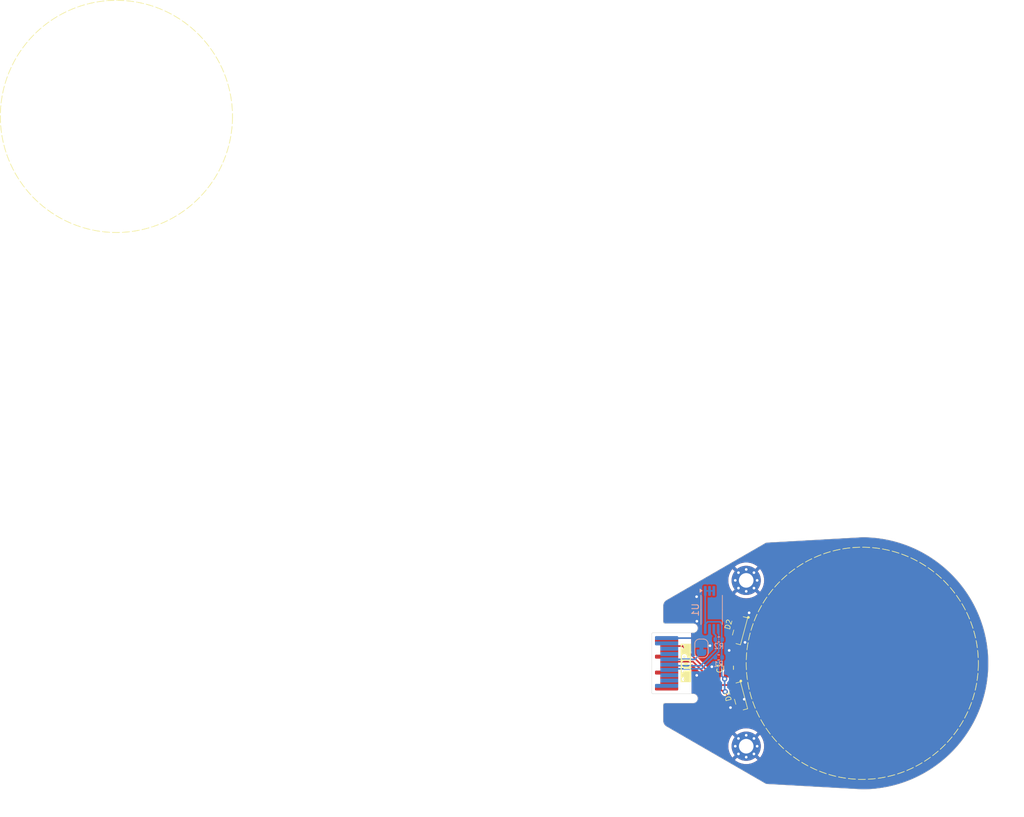
<source format=kicad_pcb>
(kicad_pcb (version 20240108) (generator "pcbnew") (generator_version "8.0")
  (layers (0 "F.Cu" signal) (31 "B.Cu" signal) (34 "B.Paste" user) (35 "F.Paste" user) (36 "B.SilkS" user "B.Silkscreen") (37 "F.SilkS" user "F.Silkscreen") (38 "B.Mask" user) (39 "F.Mask" user) (44 "Edge.Cuts" user))
  (net 0 "")
  (net 1 "/GND")
  (net 2 "/LS_A")
  (net 3 "/LS_B")
  (net 4 "/SDA")
  (net 5 "/SCL")
  (net 6 "/LS_C")
  (net 7 "/LS_D")
  (net 8 "/LS_E")
  (net 9 "/HS_F")
  (net 10 "/HS_G")
  (net 11 "/3V3")
  (net 12 "/HS_H")
  (net 13 "/HS_I")
  (net 14 "Net-(D1-DOUT)")
  (net 15 "/HEXP_DET")
  (footprint "tildagon:hexpansion-edge-connector" (layer "F.Cu") (at 98.25 100)
    (property "Reference" "J1" (hide yes))
    (property "Value" "Hexpansion-Connector" (hide yes))
    (fp_line (start 0 4.4) (end 0 -4.4) (stroke (width 0.05)) (layer "Edge.Cuts"))
    (fp_line (start 6.25 -6) (end 2 -6) (stroke (width 0.05)) (layer "Edge.Cuts"))
    (fp_line (start 6.25 -4.6) (end 0.2 -4.6) (stroke (width 0.05)) (layer "Edge.Cuts"))
    (fp_line (start 6.25 4.6) (end 0.2 4.6) (stroke (width 0.05)) (layer "Edge.Cuts"))
    (fp_line (start 6.25 6) (end 2 6) (stroke (width 0.05)) (layer "Edge.Cuts"))
    (fp_arc (start 0 -4.4) (mid 0.058579 -4.541421) (end 0.2 -4.6) (stroke (width 0.05)) (layer "Edge.Cuts"))
    (fp_arc (start 0.2 4.6) (mid 0.058579 4.541421) (end 0 4.4) (stroke (width 0.05)) (layer "Edge.Cuts"))
    (fp_arc (start 6.25 -6) (mid 6.744975 -5.794975) (end 6.95 -5.3) (stroke (width 0.05)) (layer "Edge.Cuts"))
    (fp_arc (start 6.25 4.6) (mid 6.744975 4.805025) (end 6.95 5.3) (stroke (width 0.05)) (layer "Edge.Cuts"))
    (fp_arc (start 6.95 -5.3) (mid 6.744975 -4.805025) (end 6.25 -4.6) (stroke (width 0.05)) (layer "Edge.Cuts"))
    (fp_arc (start 6.95 5.3) (mid 6.744975 5.794975) (end 6.25 6) (stroke (width 0.05)) (layer "Edge.Cuts"))
    (fp_text user "^ TOP ^" (at 5.8 2.85 90) (layer "F.SilkS" knockout) (effects (font (thickness 0.25) (bold yes)) (justify left bottom)))
    (pad "1" smd roundrect (at 2.25 3.4) (size 3.5 0.6) (layers "B.Cu" "B.Mask") (net 1 "/GND"))
    (pad "2" smd roundrect (at 2.65 2.6) (size 2.7 0.6) (layers "B.Cu" "B.Mask") (net 2 "/LS_A"))
    (pad "3" smd roundrect (at 2.65 1.8) (size 2.7 0.6) (layers "B.Cu" "B.Mask") (net 3 "/LS_B"))
    (pad "4" smd roundrect (at 2.65 1) (size 2.7 0.6) (layers "B.Cu" "B.Mask") (net 4 "/SDA"))
    (pad "5" smd roundrect (at 2.65 0.2) (size 2.7 0.6) (layers "B.Cu" "B.Mask") (net 5 "/SCL"))
    (pad "6" smd roundrect (at 2.65 -0.6) (size 2.7 0.6) (layers "B.Cu" "B.Mask") (net 15 "/HEXP_DET"))
    (pad "7" smd roundrect (at 2.65 -1.4) (size 2.7 0.6) (layers "B.Cu" "B.Mask") (net 6 "/LS_C"))
    (pad "8" smd roundrect (at 2.65 -2.2) (size 2.7 0.6) (layers "B.Cu" "B.Mask") (net 7 "/LS_D"))
    (pad "9" smd roundrect (at 2.25 -3) (size 3.5 0.6) (layers "B.Cu" "B.Mask") (net 8 "/LS_E"))
    (pad "10" smd roundrect (at 2.25 -3.8) (size 3.5 0.6) (layers "B.Cu" "B.Mask") (net 1 "/GND"))
    (pad "11" smd roundrect (at 2.25 -3.4 180) (size 3.5 0.6) (layers "F.Cu" "F.Mask") (net 1 "/GND"))
    (pad "12" smd roundrect (at 2.65 -2.6 180) (size 2.7 0.6) (layers "F.Cu" "F.Mask") (net 9 "/HS_F"))
    (pad "13" smd roundrect (at 2.65 -1.8 180) (size 2.7 0.6) (layers "F.Cu" "F.Mask") (net 10 "/HS_G"))
    (pad "14" smd roundrect (at 2.25 -1 180) (size 3.5 0.6) (layers "F.Cu" "F.Mask") (net 1 "/GND"))
    (pad "15" smd roundrect (at 2.65 -0.2 180) (size 2.7 0.6) (layers "F.Cu" "F.Mask") (net 11 "/3V3"))
    (pad "16" smd roundrect (at 2.65 0.6 180) (size 2.7 0.6) (layers "F.Cu" "F.Mask") (net 11 "/3V3"))
    (pad "17" smd roundrect (at 2.25 1.4 180) (size 3.5 0.6) (layers "F.Cu" "F.Mask") (net 1 "/GND"))
    (pad "18" smd roundrect (at 2.65 2.2 180) (size 2.7 0.6) (layers "F.Cu" "F.Mask") (net 12 "/HS_H"))
    (pad "19" smd roundrect (at 2.65 3 180) (size 2.7 0.6) (layers "F.Cu" "F.Mask") (net 13 "/HS_I"))
    (pad "20" smd roundrect (at 2.25 3.8 180) (size 3.5 0.6) (layers "F.Cu" "F.Mask") (net 1 "/GND"))
  )
  (footprint "GooglyEye:35mmeye" (layer "F.Cu") (at 17.55 17.55)
    (property "Reference" "G1" (hide yes))
    (property "Value" "~" (hide yes))
    (fp_circle (center 0 0) (end 17.5 0) (stroke (width 0.1) (type dash)) (fill none) (layer "F.SilkS"))
  )
  (footprint "tildagon:SK6805SIDE-S" (layer "F.Cu") (at 111.5 95 75)
    (property "Reference" "D2" (at 0.388809 -1.833092 75) (layer "F.SilkS") (effects (font (size 0.8 0.8) (thickness 0.1))))
    (property "Value" "SK6805SIDE-S" (hide yes))
    (fp_line (start -1 -0.85) (end -0.2 -0.85) (stroke (width 0.1)) (layer "F.SilkS"))
    (fp_line (start -2.1 0) (end -2.1 0.7) (stroke (width 0.1)) (layer "F.SilkS"))
    (fp_line (start -2.1 0.7) (end 2.1 0.7) (stroke (width 0.1)) (layer "F.SilkS"))
    (fp_line (start 2.1 0) (end 2.1 0.7) (stroke (width 0.1)) (layer "F.SilkS"))
    (fp_circle (center 2.2 0.787499) (end 2.350333 0.787501) (stroke (width 0.1)) (fill solid) (layer "F.SilkS"))
    (pad "1" smd roundrect (at -1.68 -0.45 165) (size 0.55 1.05) (layers "F.Cu" "F.Paste" "F.Mask") (roundrect_rratio 0.2) (net 11 "/3V3"))
    (pad "1" smd roundrect (at -1.48 -0.5 75) (size 0.65 1.05) (layers "F.Cu" "F.Paste" "F.Mask") (roundrect_rratio 0.2) (net 11 "/3V3"))
    (pad "2" smd roundrect (at 0.2 -0.5 75) (size 0.45 1.05) (layers "F.Cu" "F.Paste" "F.Mask") (roundrect_rratio 0.2) (net 1 "/GND"))
    (pad "3" smd roundrect (at 0.95 -0.5 75) (size 0.35 1.05) (layers "F.Cu" "F.Paste" "F.Mask") (roundrect_rratio 0.2))
    (pad "4" smd roundrect (at 1.699999 -0.5 75) (size 0.39 1.05) (layers "F.Cu" "F.Paste" "F.Mask") (roundrect_rratio 0.2) (net 14 "Net-(D1-DOUT)"))
    (pad "4" smd roundrect (at 1.905 -0.45 165) (size 0.55 0.8) (layers "F.Cu" "F.Paste" "F.Mask") (roundrect_rratio 0.2) (net 14 "Net-(D1-DOUT)"))
  )
  (footprint "tildagon:SK6805SIDE-S" (layer "F.Cu") (at 111.5 105 105)
    (property "Reference" "D1" (at 0.5 -1.699999 105) (layer "F.SilkS") (effects (font (size 0.8 0.8) (thickness 0.1))))
    (property "Value" "SK6805SIDE-S" (hide yes))
    (fp_line (start -1 -0.85) (end -0.2 -0.85) (stroke (width 0.1)) (layer "F.SilkS"))
    (fp_line (start 2.1 0) (end 2.1 0.7) (stroke (width 0.1)) (layer "F.SilkS"))
    (fp_line (start -2.1 0) (end -2.1 0.7) (stroke (width 0.1)) (layer "F.SilkS"))
    (fp_line (start -2.1 0.7) (end 2.1 0.7) (stroke (width 0.1)) (layer "F.SilkS"))
    (fp_circle (center 2.2 0.7875) (end 2.350333 0.7875) (stroke (width 0.1)) (fill solid) (layer "F.SilkS"))
    (pad "1" smd roundrect (at -1.68 -0.45 195) (size 0.55 1.05) (layers "F.Cu" "F.Paste" "F.Mask") (roundrect_rratio 0.2) (net 11 "/3V3"))
    (pad "1" smd roundrect (at -1.48 -0.5 105) (size 0.65 1.05) (layers "F.Cu" "F.Paste" "F.Mask") (roundrect_rratio 0.2) (net 11 "/3V3"))
    (pad "2" smd roundrect (at 0.2 -0.5 105) (size 0.45 1.05) (layers "F.Cu" "F.Paste" "F.Mask") (roundrect_rratio 0.2) (net 1 "/GND"))
    (pad "3" smd roundrect (at 0.95 -0.5 105) (size 0.35 1.05) (layers "F.Cu" "F.Paste" "F.Mask") (roundrect_rratio 0.2) (net 14 "Net-(D1-DOUT)"))
    (pad "4" smd roundrect (at 1.7 -0.5 105) (size 0.39 1.05) (layers "F.Cu" "F.Paste" "F.Mask") (roundrect_rratio 0.2) (net 9 "/HS_F"))
    (pad "4" smd roundrect (at 1.905 -0.45 195) (size 0.55 0.8) (layers "F.Cu" "F.Paste" "F.Mask") (roundrect_rratio 0.2) (net 9 "/HS_F"))
  )
  (footprint "MountingHole:MountingHole_2.2mm_M2_Pad_Via" (layer "F.Cu") (at 112.5 87.5)
    (property "Reference" "H2" (hide yes))
    (property "Value" "MountingHole_Pad" (hide yes))
    (pad "1" thru_hole circle (at -1.65 0) (size 0.7 0.7) (drill 0.4) (layers "*.Cu" "*.Mask") (net 1 "/GND"))
    (pad "1" thru_hole circle (at -1.166726 -1.166726) (size 0.7 0.7) (drill 0.4) (layers "*.Cu" "*.Mask") (net 1 "/GND"))
    (pad "1" thru_hole circle (at -1.166726 1.166726) (size 0.7 0.7) (drill 0.4) (layers "*.Cu" "*.Mask") (net 1 "/GND"))
    (pad "1" thru_hole circle (at 0 -1.65) (size 0.7 0.7) (drill 0.4) (layers "*.Cu" "*.Mask") (net 1 "/GND"))
    (pad "1" thru_hole circle (at 0 0) (size 4.4 4.4) (drill 2.2) (layers "*.Cu" "*.Mask") (net 1 "/GND"))
    (pad "1" thru_hole circle (at 0 1.65) (size 0.7 0.7) (drill 0.4) (layers "*.Cu" "*.Mask") (net 1 "/GND"))
    (pad "1" thru_hole circle (at 1.166726 -1.166726) (size 0.7 0.7) (drill 0.4) (layers "*.Cu" "*.Mask") (net 1 "/GND"))
    (pad "1" thru_hole circle (at 1.166726 1.166726) (size 0.7 0.7) (drill 0.4) (layers "*.Cu" "*.Mask") (net 1 "/GND"))
    (pad "1" thru_hole circle (at 1.65 0) (size 0.7 0.7) (drill 0.4) (layers "*.Cu" "*.Mask") (net 1 "/GND"))
  )
  (footprint "GooglyEye:35mmeye" (layer "F.Cu") (at 130 100)
    (property "Reference" "G1" (hide yes))
    (property "Value" "~" (hide yes))
    (fp_circle (center 0 0) (end 17.5 0) (stroke (width 0.1) (type dash)) (fill none) (layer "F.SilkS"))
  )
  (footprint "Capacitor_SMD:C_0805_2012Metric" (layer "F.Cu") (at 109.84 100.67 -90)
    (property "Reference" "C1" (at 0.03 1.35 90) (layer "F.SilkS") (effects (font (size 0.8 0.8) (thickness 0.1))))
    (property "Value" "100nF")
    (fp_line (start -0.261252 0.735) (end 0.261252 0.735) (stroke (width 0.12)) (layer "F.SilkS"))
    (fp_line (start -0.261252 -0.735) (end 0.261252 -0.735) (stroke (width 0.12)) (layer "F.SilkS"))
    (pad "1" smd roundrect (at -0.95 0 270) (size 1 1.45) (layers "F.Cu" "F.Paste" "F.Mask") (net 1 "/GND"))
    (pad "2" smd roundrect (at 0.95 0 270) (size 1 1.45) (layers "F.Cu" "F.Paste" "F.Mask") (net 11 "/3V3"))
  )
  (footprint "MountingHole:MountingHole_2.2mm_M2_Pad_Via" (layer "F.Cu") (at 112.5 112.5)
    (property "Reference" "H1" (hide yes))
    (property "Value" "MountingHole_Pad" (hide yes))
    (pad "1" thru_hole circle (at -1.65 0) (size 0.7 0.7) (drill 0.4) (layers "*.Cu" "*.Mask") (net 1 "/GND"))
    (pad "1" thru_hole circle (at -1.166726 -1.166726) (size 0.7 0.7) (drill 0.4) (layers "*.Cu" "*.Mask") (net 1 "/GND"))
    (pad "1" thru_hole circle (at -1.166726 1.166726) (size 0.7 0.7) (drill 0.4) (layers "*.Cu" "*.Mask") (net 1 "/GND"))
    (pad "1" thru_hole circle (at 0 -1.65) (size 0.7 0.7) (drill 0.4) (layers "*.Cu" "*.Mask") (net 1 "/GND"))
    (pad "1" thru_hole circle (at 0 0) (size 4.4 4.4) (drill 2.2) (layers "*.Cu" "*.Mask") (net 1 "/GND"))
    (pad "1" thru_hole circle (at 0 1.65) (size 0.7 0.7) (drill 0.4) (layers "*.Cu" "*.Mask") (net 1 "/GND"))
    (pad "1" thru_hole circle (at 1.166726 -1.166726) (size 0.7 0.7) (drill 0.4) (layers "*.Cu" "*.Mask") (net 1 "/GND"))
    (pad "1" thru_hole circle (at 1.166726 1.166726) (size 0.7 0.7) (drill 0.4) (layers "*.Cu" "*.Mask") (net 1 "/GND"))
    (pad "1" thru_hole circle (at 1.65 0) (size 0.7 0.7) (drill 0.4) (layers "*.Cu" "*.Mask") (net 1 "/GND"))
  )
  (footprint "Resistor_SMD:R_0402_1005Metric" (layer "B.Cu") (at 108.36 96.41 180)
    (property "Reference" "R2" (at -0.02 -1.02 180) (layer "B.SilkS") (effects (font (size 0.8 0.8) (thickness 0.1)) (justify mirror)))
    (property "Value" "4k7")
    (fp_line (start 0.153641 0.38) (end -0.153641 0.38) (stroke (width 0.12)) (layer "B.SilkS"))
    (fp_line (start 0.153641 -0.38) (end -0.153641 -0.38) (stroke (width 0.12)) (layer "B.SilkS"))
    (pad "1" smd roundrect (at -0.51 0 180) (size 0.54 0.64) (layers "B.Cu" "B.Paste" "B.Mask") (net 11 "/3V3"))
    (pad "2" smd roundrect (at 0.51 0 180) (size 0.54 0.64) (layers "B.Cu" "B.Paste" "B.Mask") (net 5 "/SCL"))
  )
  (footprint "Resistor_SMD:R_0402_1005Metric" (layer "B.Cu") (at 108.35 99.11 180)
    (property "Reference" "R1" (at 0.03 -1.02 180) (layer "B.SilkS") (effects (font (size 0.8 0.8) (thickness 0.1)) (justify mirror)))
    (property "Value" "4k7")
    (fp_line (start 0.153641 0.38) (end -0.153641 0.38) (stroke (width 0.12)) (layer "B.SilkS"))
    (fp_line (start 0.153641 -0.38) (end -0.153641 -0.38) (stroke (width 0.12)) (layer "B.SilkS"))
    (pad "1" smd roundrect (at -0.51 0 180) (size 0.54 0.64) (layers "B.Cu" "B.Paste" "B.Mask") (net 11 "/3V3"))
    (pad "2" smd roundrect (at 0.51 0 180) (size 0.54 0.64) (layers "B.Cu" "B.Paste" "B.Mask") (net 4 "/SDA"))
  )
  (footprint "Package_SO:TSSOP-8_4.4x3mm_P0.65mm" (layer "B.Cu") (at 107.2925 91.95 -90)
    (property "Reference" "U1" (at 0 2.45 90) (layer "B.SilkS") (effects (justify mirror)))
    (property "Value" "ZD24C64A-XGMT")
    (fp_line (start -2.2 1.61) (end 0 1.61) (stroke (width 0.12)) (layer "B.SilkS"))
    (fp_line (start 2.2 1.61) (end 0 1.61) (stroke (width 0.12)) (layer "B.SilkS"))
    (fp_line (start -2.2 -1.61) (end 0 -1.61) (stroke (width 0.12)) (layer "B.SilkS"))
    (fp_line (start 2.2 -1.61) (end 0 -1.61) (stroke (width 0.12)) (layer "B.SilkS"))
    (fp_poly (pts (xy -2.9 1.435) (xy -3.14 1.765) (xy -2.66 1.765) (xy -2.9 1.435)) (stroke (width 0.12)) (fill solid) (layer "B.SilkS"))
    (pad "1" smd roundrect (at -2.8625 0.975 270) (size 1.475 0.4) (layers "B.Cu" "B.Paste" "B.Mask") (net 11 "/3V3"))
    (pad "2" smd roundrect (at -2.8625 0.325 270) (size 1.475 0.4) (layers "B.Cu" "B.Paste" "B.Mask") (net 11 "/3V3"))
    (pad "3" smd roundrect (at -2.8625 -0.325 270) (size 1.475 0.4) (layers "B.Cu" "B.Paste" "B.Mask") (net 11 "/3V3"))
    (pad "4" smd roundrect (at -2.8625 -0.975 270) (size 1.475 0.4) (layers "B.Cu" "B.Paste" "B.Mask") (net 1 "/GND"))
    (pad "5" smd roundrect (at 2.8625 -0.975 270) (size 1.475 0.4) (layers "B.Cu" "B.Paste" "B.Mask") (net 4 "/SDA"))
    (pad "6" smd roundrect (at 2.8625 -0.325 270) (size 1.475 0.4) (layers "B.Cu" "B.Paste" "B.Mask") (net 5 "/SCL"))
    (pad "7" smd roundrect (at 2.8625 0.325 270) (size 1.475 0.4) (layers "B.Cu" "B.Paste" "B.Mask") (net 1 "/GND"))
    (pad "8" smd roundrect (at 2.8625 0.975 270) (size 1.475 0.4) (layers "B.Cu" "B.Paste" "B.Mask") (net 11 "/3V3"))
  )
  (footprint "Jumper:SolderJumper-2_P1.3mm_Bridged_RoundedPad1.0x1.5mm" (layer "B.Cu") (at 105.75 97.75 90)
    (property "Reference" "JP1" (hide yes))
    (property "Value" "SolderJumper_2_Bridged" (hide yes))
    (fp_poly (pts (xy 0.25 0.3) (xy -0.25 0.3) (xy -0.25 -0.3) (xy 0.25 -0.3)) (fill solid) (layer "B.Cu"))
    (fp_line (start -0.7 -1) (end 0.7 -1) (stroke (width 0.12)) (layer "B.SilkS"))
    (fp_line (start 1.4 -0.3) (end 1.4 0.3) (stroke (width 0.12)) (layer "B.SilkS"))
    (fp_line (start -1.4 0.3) (end -1.4 -0.3) (stroke (width 0.12)) (layer "B.SilkS"))
    (fp_line (start 0.7 1) (end -0.7 1) (stroke (width 0.12)) (layer "B.SilkS"))
    (fp_arc (start 0.7 -1) (mid 1.194975 -0.794975) (end 1.4 -0.3) (stroke (width 0.12)) (layer "B.SilkS"))
    (fp_arc (start -1.4 -0.3) (mid -1.194975 -0.794975) (end -0.7 -1) (stroke (width 0.12)) (layer "B.SilkS"))
    (fp_arc (start 1.4 0.3) (mid 1.194975 0.794975) (end 0.7 1) (stroke (width 0.12)) (layer "B.SilkS"))
    (fp_arc (start -0.7 1) (mid -1.194975 0.794975) (end -1.4 0.3) (stroke (width 0.12)) (layer "B.SilkS"))
    (pad "1" smd custom (at -0.65 0 90) (size 1 0.5) (layers "B.Cu" "B.Mask") (net 15 "/HEXP_DET") (options (clearance outline) (anchor rect)) (primitives (gr_circle (center 0 -0.25) (end 0.5 -0.25) (width 0) (fill yes)) (gr_circle (center 0 0.25) (end 0.5 0.25) (width 0) (fill yes)) (gr_poly (pts (xy 0.5 -0.75) (xy 0 -0.75) (xy 0 0.75) (xy 0.5 0.75)) (width 0) (fill yes))))
    (pad "2" smd custom (at 0.65 0 90) (size 1 0.5) (layers "B.Cu" "B.Mask") (net 1 "/GND") (options (clearance outline) (anchor rect)) (primitives (gr_circle (center 0 -0.25) (end 0.5 -0.25) (width 0) (fill yes)) (gr_circle (center 0 0.25) (end 0.5 0.25) (width 0) (fill yes)) (gr_poly (pts (xy 0 -0.75) (xy -0.5 -0.75) (xy -0.5 0.75) (xy 0 0.75)) (width 0) (fill yes))))
  )
  (gr_line (start 100.5 90.473725) (end 115.499995 81.813472) (stroke (width 0.05)) (layer "Edge.Cuts"))
  (gr_arc (start 100.25 94) (mid 100.073223 93.926777) (end 100 93.75) (stroke (width 0.1)) (layer "Edge.Cuts"))
  (gr_line (start 130 119) (end 115.499995 118.186522) (stroke (width 0.05)) (layer "Edge.Cuts"))
  (gr_line (start 100.5 109.526269) (end 115.499995 118.186522) (stroke (width 0.05)) (layer "Edge.Cuts"))
  (gr_line (start 100 93.75) (end 100 91.33975) (stroke (width 0.05)) (layer "Edge.Cuts"))
  (gr_arc (start 100 91.33975) (mid 100.133975 90.83975) (end 100.5 90.473725) (stroke (width 0.05)) (layer "Edge.Cuts"))
  (gr_line (start 100 106.25) (end 100 108.660243) (stroke (width 0.05)) (layer "Edge.Cuts"))
  (gr_arc (start 100 106.25) (mid 100.073223 106.073223) (end 100.25 106) (stroke (width 0.1)) (layer "Edge.Cuts"))
  (gr_arc (start 100.5 109.526269) (mid 100.133975 109.160243) (end 100 108.660243) (stroke (width 0.05)) (layer "Edge.Cuts"))
  (gr_arc (start 130 81) (mid 149 100) (end 130 119) (stroke (width 0.05)) (layer "Edge.Cuts"))
  (gr_line (start 130 81) (end 115.499995 81.813472) (stroke (width 0.05)) (layer "Edge.Cuts"))
  (via (at 105.06 93.66) (size 0.8) (drill 0.4) (layers "F.Cu" "B.Cu") (net 1))
  (via (at 107.04 97.35) (size 0.8) (drill 0.4) (layers "F.Cu" "B.Cu") (net 1))
  (via (at 109.93 98.06) (size 0.8) (drill 0.4) (layers "F.Cu" "B.Cu") (net 1))
  (via (at 105.04 101.82) (size 0.8) (drill 0.4) (layers "F.Cu" "B.Cu") (net 1))
  (via (at 110.13 106.68) (size 0.8) (drill 0.4) (layers "F.Cu" "B.Cu") (net 1))
  (via (at 112.32 96.85) (size 0.8) (drill 0.4) (layers "F.Cu" "B.Cu") (net 1))
  (via (at 105.02 89.96) (size 0.8) (drill 0.4) (layers "F.Cu" "B.Cu") (net 1))
  (via (at 107.32 100.52) (size 0.8) (drill 0.4) (layers "F.Cu" "B.Cu") (net 1))
  (via (at 112.2 105.42) (size 0.8) (drill 0.4) (layers "F.Cu" "B.Cu") (net 1))
  (via (at 112.94 92.39) (size 0.8) (drill 0.4) (layers "F.Cu" "B.Cu") (net 1))
  (segment (start 104.85 96.2) (end 105.75 97.1) (width 0.25) (layer "B.Cu") (net 1))
  (segment (start 100.5 96.2) (end 104.85 96.2) (width 0.25) (layer "B.Cu") (net 1))
  (segment (start 105.786396 100.83) (end 108.36 98.256396) (width 0.25) (layer "B.Cu") (net 4))
  (segment (start 100.9 101) (end 101.07 100.83) (width 0.25) (layer "B.Cu") (net 4))
  (segment (start 108.36 98.256396) (end 108.36 94.905) (width 0.25) (layer "B.Cu") (net 4))
  (segment (start 108.36 94.905) (end 108.2675 94.8125) (width 0.25) (layer "B.Cu") (net 4))
  (segment (start 101.07 100.83) (end 105.786396 100.83) (width 0.25) (layer "B.Cu") (net 4))
  (segment (start 107.6175 94.8125) (end 107.6175 95.503812) (width 0.25) (layer "B.Cu") (net 5))
  (segment (start 107.91 98.07) (end 105.61 100.37) (width 0.25) (layer "B.Cu") (net 5))
  (segment (start 107.6175 95.503812) (end 107.91 95.796312) (width 0.25) (layer "B.Cu") (net 5))
  (segment (start 101.07 100.37) (end 100.9 100.2) (width 0.25) (layer "B.Cu") (net 5))
  (segment (start 105.61 100.37) (end 101.07 100.37) (width 0.25) (layer "B.Cu") (net 5))
  (segment (start 107.91 95.796312) (end 107.91 98.07) (width 0.25) (layer "B.Cu") (net 5))
  (segment (start 102.9 97.4) (end 108.77638 103.27638) (width 0.25) (layer "F.Cu") (net 9))
  (segment (start 108.77638 103.27638) (end 110.572283 103.27638) (width 0.25) (layer "F.Cu") (net 9))
  (segment (start 100.9 97.4) (end 102.9 97.4) (width 0.25) (layer "F.Cu") (net 9))
  (segment (start 110.633985 96.300161) (end 110.99 96.656176) (width 0.25) (layer "F.Cu") (net 11))
  (segment (start 100.9 99.8) (end 100.95 99.75) (width 0.25) (layer "F.Cu") (net 11))
  (segment (start 100.9 99.8) (end 100.9 100.6) (width 0.25) (layer "F.Cu") (net 11))
  (segment (start 100.95 99.75) (end 104.475 99.75) (width 0.25) (layer "F.Cu") (net 11))
  (segment (start 111.28398 106.55898) (end 111.400089 106.55898) (width 0.25) (layer "F.Cu") (net 11))
  (segment (start 110.99 96.656176) (end 110.99 100.61) (width 0.25) (layer "F.Cu") (net 11))
  (segment (start 110.99 100.61) (end 109.25 102.35) (width 0.25) (layer "F.Cu") (net 11))
  (segment (start 104.475 99.75) (end 111.28398 106.55898) (width 0.25) (layer "F.Cu") (net 11))
  (via (at 109.25 102.35) (size 0.8) (drill 0.4) (layers "F.Cu" "B.Cu") (net 11))
  (via (at 109.33 104.29) (size 0.8) (drill 0.4) (layers "F.Cu" "B.Cu") (net 11))
  (segment (start 106.3175 94.8125) (end 106.3175 89.0875) (width 0.25) (layer "B.Cu") (net 11))
  (segment (start 109.25 102.35) (end 109.25 104.21) (width 0.25) (layer "B.Cu") (net 11))
  (segment (start 106.688688 93.75) (end 108.55 93.75) (width 0.25) (layer "B.Cu") (net 11))
  (segment (start 106.3175 89.0875) (end 106.9675 89.0875) (width 0.25) (layer "B.Cu") (net 11))
  (segment (start 106.3175 94.8125) (end 106.3175 94.121188) (width 0.25) (layer "B.Cu") (net 11))
  (segment (start 108.55 93.75) (end 108.81 94.01) (width 0.25) (layer "B.Cu") (net 11))
  (segment (start 109.25 104.21) (end 109.33 104.29) (width 0.25) (layer "B.Cu") (net 11))
  (segment (start 108.81 101.91) (end 109.25 102.35) (width 0.25) (layer "B.Cu") (net 11))
  (segment (start 108.81 94.01) (end 108.81 101.91) (width 0.25) (layer "B.Cu") (net 11))
  (segment (start 106.3175 94.121188) (end 106.688688 93.75) (width 0.25) (layer "B.Cu") (net 11))
  (segment (start 107.6175 89.0875) (end 106.9675 89.0875) (width 0.25) (layer "B.Cu") (net 11))
  (segment (start 111.442943 104.075043) (end 111.442943 96.637057) (width 0.25) (layer "F.Cu") (net 14))
  (segment (start 112.125347 93.610406) (end 111.743458 93.228517) (width 0.25) (layer "F.Cu") (net 14))
  (segment (start 110.771159 104.21178) (end 111.306206 104.21178) (width 0.25) (layer "F.Cu") (net 14))
  (segment (start 111.442943 96.637057) (end 112.125347 93.610406) (width 0.25) (layer "F.Cu") (net 14))
  (segment (start 111.306206 104.21178) (end 111.442943 104.075043) (width 0.25) (layer "F.Cu") (net 14))
  (segment (start 111.743458 93.228517) (end 111.457029 93.228517) (width 0.25) (layer "F.Cu") (net 14))
  (segment (start 104.75 99.4) (end 105.75 98.4) (width 0.25) (layer "B.Cu") (net 15))
  (segment (start 100.9 99.4) (end 104.75 99.4) (width 0.25) (layer "B.Cu") (net 15))
  (zone (net 1) (net_name "/GND") (layers "F&B.Cu") (connect_pads thru_hole_only (clearance 0.25)) (min_thickness 0.125) (fill yes (thermal_gap 0.5) (thermal_bridge_width 0.5))
    (polygon (pts (xy 92.28 75.39) (xy 153.96 76.17) (xy 154.39 123.2) (xy 90.88 122.15)))
  )
  (zone (net 0) (net_name "") (layers "F&B.Cu") (connect_pads (clearance 0)) (min_thickness 0.25)
    (keepout (tracks allowed) (vias allowed) (pads allowed) (copperpour not_allowed) (footprints allowed))
    (fill (thermal_gap 0.5) (thermal_bridge_width 0.5))
    (polygon (pts (xy 98.25 95.01) (xy 104.2 95.01) (xy 104.27 105.08) (xy 98.25 105.1)))
  )
)
</source>
